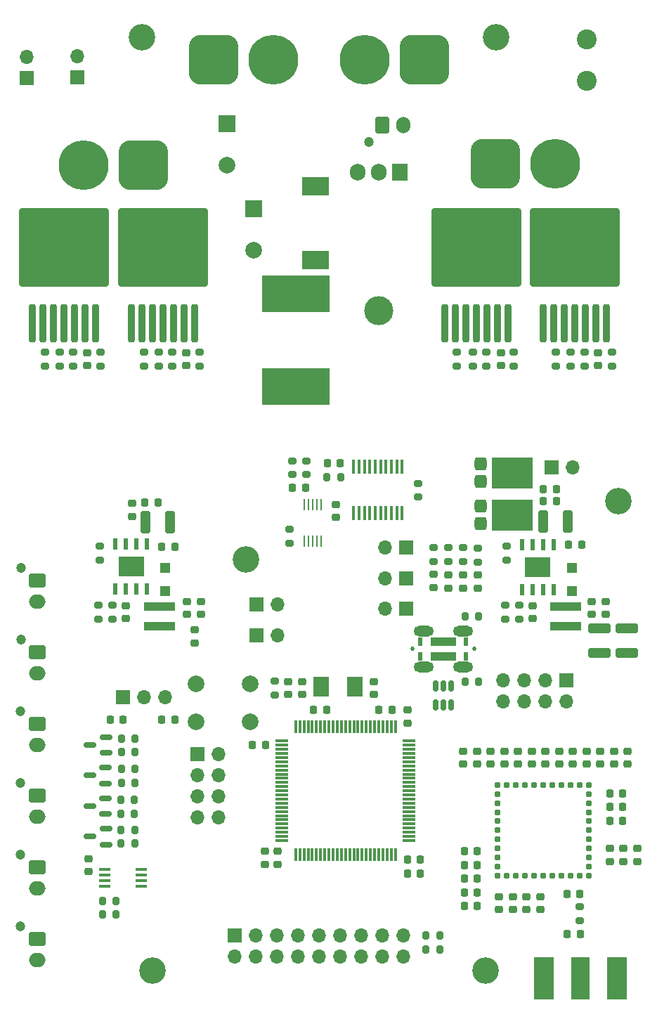
<source format=gbr>
%TF.GenerationSoftware,KiCad,Pcbnew,8.0.7*%
%TF.CreationDate,2025-03-30T10:34:42-04:00*%
%TF.ProjectId,RC-Car-Project,52432d43-6172-42d5-9072-6f6a6563742e,rev?*%
%TF.SameCoordinates,Original*%
%TF.FileFunction,Soldermask,Top*%
%TF.FilePolarity,Negative*%
%FSLAX46Y46*%
G04 Gerber Fmt 4.6, Leading zero omitted, Abs format (unit mm)*
G04 Created by KiCad (PCBNEW 8.0.7) date 2025-03-30 10:34:42*
%MOMM*%
%LPD*%
G01*
G04 APERTURE LIST*
G04 Aperture macros list*
%AMRoundRect*
0 Rectangle with rounded corners*
0 $1 Rounding radius*
0 $2 $3 $4 $5 $6 $7 $8 $9 X,Y pos of 4 corners*
0 Add a 4 corners polygon primitive as box body*
4,1,4,$2,$3,$4,$5,$6,$7,$8,$9,$2,$3,0*
0 Add four circle primitives for the rounded corners*
1,1,$1+$1,$2,$3*
1,1,$1+$1,$4,$5*
1,1,$1+$1,$6,$7*
1,1,$1+$1,$8,$9*
0 Add four rect primitives between the rounded corners*
20,1,$1+$1,$2,$3,$4,$5,0*
20,1,$1+$1,$4,$5,$6,$7,0*
20,1,$1+$1,$6,$7,$8,$9,0*
20,1,$1+$1,$8,$9,$2,$3,0*%
G04 Aperture macros list end*
%ADD10R,0.599999X1.450000*%
%ADD11C,0.600000*%
%ADD12R,3.099999X2.400000*%
%ADD13R,8.128000X4.445000*%
%ADD14R,3.302000X2.311400*%
%ADD15C,2.400000*%
%ADD16R,1.900000X2.400000*%
%ADD17RoundRect,0.225000X-0.250000X0.225000X-0.250000X-0.225000X0.250000X-0.225000X0.250000X0.225000X0*%
%ADD18RoundRect,0.225000X-0.225000X-0.250000X0.225000X-0.250000X0.225000X0.250000X-0.225000X0.250000X0*%
%ADD19RoundRect,0.200000X-0.275000X0.200000X-0.275000X-0.200000X0.275000X-0.200000X0.275000X0.200000X0*%
%ADD20RoundRect,0.225000X0.250000X-0.225000X0.250000X0.225000X-0.250000X0.225000X-0.250000X-0.225000X0*%
%ADD21R,2.290000X5.080000*%
%ADD22R,2.420000X5.080000*%
%ADD23RoundRect,0.200000X0.200000X0.275000X-0.200000X0.275000X-0.200000X-0.275000X0.200000X-0.275000X0*%
%ADD24RoundRect,0.200000X-0.200000X-0.275000X0.200000X-0.275000X0.200000X0.275000X-0.200000X0.275000X0*%
%ADD25R,3.700000X0.980000*%
%ADD26RoundRect,1.500000X1.500000X1.500000X-1.500000X1.500000X-1.500000X-1.500000X1.500000X-1.500000X0*%
%ADD27C,6.000000*%
%ADD28RoundRect,0.200000X0.275000X-0.200000X0.275000X0.200000X-0.275000X0.200000X-0.275000X-0.200000X0*%
%ADD29R,1.700000X1.700000*%
%ADD30O,1.700000X1.700000*%
%ADD31RoundRect,0.200000X0.200000X-2.100000X0.200000X2.100000X-0.200000X2.100000X-0.200000X-2.100000X0*%
%ADD32RoundRect,0.250002X5.149998X-4.449998X5.149998X4.449998X-5.149998X4.449998X-5.149998X-4.449998X0*%
%ADD33RoundRect,0.250000X-0.325000X-1.100000X0.325000X-1.100000X0.325000X1.100000X-0.325000X1.100000X0*%
%ADD34RoundRect,0.150000X-0.150000X0.512500X-0.150000X-0.512500X0.150000X-0.512500X0.150000X0.512500X0*%
%ADD35R,1.371600X0.457200*%
%ADD36RoundRect,0.218750X0.256250X-0.218750X0.256250X0.218750X-0.256250X0.218750X-0.256250X-0.218750X0*%
%ADD37RoundRect,0.075000X-0.075000X0.725000X-0.075000X-0.725000X0.075000X-0.725000X0.075000X0.725000X0*%
%ADD38RoundRect,0.075000X-0.725000X0.075000X-0.725000X-0.075000X0.725000X-0.075000X0.725000X0.075000X0*%
%ADD39C,1.200000*%
%ADD40RoundRect,0.250000X-0.750000X0.600000X-0.750000X-0.600000X0.750000X-0.600000X0.750000X0.600000X0*%
%ADD41O,2.000000X1.700000*%
%ADD42C,3.500000*%
%ADD43R,1.905000X2.000000*%
%ADD44O,1.905000X2.000000*%
%ADD45RoundRect,0.225000X0.225000X0.250000X-0.225000X0.250000X-0.225000X-0.250000X0.225000X-0.250000X0*%
%ADD46C,3.200000*%
%ADD47RoundRect,0.360000X0.360000X0.440000X-0.360000X0.440000X-0.360000X-0.440000X0.360000X-0.440000X0*%
%ADD48R,4.960000X3.800000*%
%ADD49RoundRect,0.150000X0.587500X0.150000X-0.587500X0.150000X-0.587500X-0.150000X0.587500X-0.150000X0*%
%ADD50RoundRect,0.250000X-1.100000X0.325000X-1.100000X-0.325000X1.100000X-0.325000X1.100000X0.325000X0*%
%ADD51R,2.000000X2.000000*%
%ADD52C,2.000000*%
%ADD53R,0.355600X1.676400*%
%ADD54RoundRect,0.175000X0.175000X0.175000X-0.175000X0.175000X-0.175000X-0.175000X0.175000X-0.175000X0*%
%ADD55RoundRect,0.175000X0.175000X-0.175000X0.175000X0.175000X-0.175000X0.175000X-0.175000X-0.175000X0*%
%ADD56RoundRect,0.175000X-0.175000X0.175000X-0.175000X-0.175000X0.175000X-0.175000X0.175000X0.175000X0*%
%ADD57RoundRect,0.175000X-0.175000X-0.175000X0.175000X-0.175000X0.175000X0.175000X-0.175000X0.175000X0*%
%ADD58R,0.279400X1.333500*%
%ADD59R,1.200000X1.200000*%
%ADD60RoundRect,1.500000X-1.500000X-1.500000X1.500000X-1.500000X1.500000X1.500000X-1.500000X1.500000X0*%
%ADD61RoundRect,0.250000X-0.600000X-0.750000X0.600000X-0.750000X0.600000X0.750000X-0.600000X0.750000X0*%
%ADD62O,1.700000X2.000000*%
%ADD63C,0.520000*%
%ADD64RoundRect,0.102000X0.150000X0.435000X-0.150000X0.435000X-0.150000X-0.435000X0.150000X-0.435000X0*%
%ADD65O,2.404000X1.304000*%
G04 APERTURE END LIST*
D10*
%TO.C,U2*%
X178233000Y-104888000D03*
X176963000Y-104888000D03*
X175693000Y-104888000D03*
X174423000Y-104888000D03*
X174423000Y-110337999D03*
X175693000Y-110337999D03*
X176963000Y-110337999D03*
X178233000Y-110337999D03*
D11*
X177628000Y-106963000D03*
X176328000Y-106963000D03*
X175028000Y-106963000D03*
D12*
X176328000Y-107613001D03*
D11*
X177628000Y-108263002D03*
X176328000Y-108263002D03*
X175028000Y-108263002D03*
%TD*%
D13*
%TO.C,R73*%
X147193000Y-85877400D03*
X147193000Y-74650600D03*
%TD*%
D14*
%TO.C,F1*%
X149606000Y-61722000D03*
X149606000Y-70612000D03*
%TD*%
D15*
%TO.C,C46*%
X182245000Y-49022000D03*
X182245000Y-44022000D03*
%TD*%
D16*
%TO.C,Y1*%
X150223000Y-122047000D03*
X154323000Y-122047000D03*
%TD*%
D17*
%TO.C,C38*%
X152019000Y-100050000D03*
X152019000Y-101600000D03*
%TD*%
D18*
%TO.C,C39*%
X146799000Y-98044000D03*
X148349000Y-98044000D03*
%TD*%
D19*
%TO.C,R56*%
X130683000Y-81725000D03*
X130683000Y-83375000D03*
%TD*%
D20*
%TO.C,R27*%
X180594000Y-131331000D03*
X180594000Y-129781000D03*
%TD*%
D21*
%TO.C,J15*%
X181483000Y-157168000D03*
D22*
X177103000Y-157168000D03*
X185863000Y-157168000D03*
%TD*%
D23*
%TO.C,R68*%
X127767500Y-135655000D03*
X126117500Y-135655000D03*
%TD*%
D24*
%TO.C,R48*%
X150940000Y-96774000D03*
X152590000Y-96774000D03*
%TD*%
D18*
%TO.C,R18*%
X185026000Y-136525000D03*
X186576000Y-136525000D03*
%TD*%
D25*
%TO.C,L2*%
X130810000Y-112353000D03*
X130810000Y-114723000D03*
%TD*%
D26*
%TO.C,J1*%
X162700000Y-46482000D03*
D27*
X155500000Y-46482000D03*
%TD*%
D23*
%TO.C,R67*%
X127791000Y-139246000D03*
X126141000Y-139246000D03*
%TD*%
D20*
%TO.C,C6*%
X127508000Y-101486000D03*
X127508000Y-99936000D03*
%TD*%
%TO.C,R30*%
X171704000Y-148870000D03*
X171704000Y-147320000D03*
%TD*%
D19*
%TO.C,R59*%
X168529000Y-81725000D03*
X168529000Y-83375000D03*
%TD*%
%TO.C,R2*%
X169164000Y-105348000D03*
X169164000Y-106998000D03*
%TD*%
D17*
%TO.C,C26*%
X145034000Y-141846000D03*
X145034000Y-143396000D03*
%TD*%
%TO.C,C23*%
X143510000Y-141846000D03*
X143510000Y-143396000D03*
%TD*%
D28*
%TO.C,R42*%
X146431000Y-104711000D03*
X146431000Y-103061000D03*
%TD*%
D29*
%TO.C,J13*%
X179832000Y-121285000D03*
D30*
X179832000Y-123825000D03*
X177292000Y-121285000D03*
X177292000Y-123825000D03*
X174752000Y-121285000D03*
X174752000Y-123825000D03*
X172212000Y-121285000D03*
X172212000Y-123825000D03*
%TD*%
D28*
%TO.C,R43*%
X146812000Y-96456000D03*
X146812000Y-94806000D03*
%TD*%
D20*
%TO.C,C33*%
X170688000Y-131331000D03*
X170688000Y-129781000D03*
%TD*%
D31*
%TO.C,Q4*%
X165119000Y-78226000D03*
X166389000Y-78226000D03*
X167659000Y-78226000D03*
X168929000Y-78226000D03*
X170199000Y-78226000D03*
X171469000Y-78226000D03*
X172739000Y-78226000D03*
D32*
X168929000Y-69076000D03*
%TD*%
D23*
%TO.C,R6*%
X164528000Y-153670000D03*
X162878000Y-153670000D03*
%TD*%
D19*
%TO.C,R9*%
X172593000Y-105093000D03*
X172593000Y-106743000D03*
%TD*%
D20*
%TO.C,C21*%
X146304000Y-122949000D03*
X146304000Y-121399000D03*
%TD*%
D33*
%TO.C,C4*%
X129081000Y-102235000D03*
X132031000Y-102235000D03*
%TD*%
D17*
%TO.C,C44*%
X171884000Y-81762000D03*
X171884000Y-83312000D03*
%TD*%
D20*
%TO.C,R32*%
X175006000Y-148857000D03*
X175006000Y-147307000D03*
%TD*%
D18*
%TO.C,C5*%
X177025000Y-99695000D03*
X178575000Y-99695000D03*
%TD*%
D20*
%TO.C,R39*%
X167386000Y-131318000D03*
X167386000Y-129768000D03*
%TD*%
D17*
%TO.C,C10*%
X126746000Y-112255000D03*
X126746000Y-113805000D03*
%TD*%
D34*
%TO.C,U1*%
X165923000Y-121925500D03*
X164973000Y-121925500D03*
X164023000Y-121925500D03*
X164023000Y-124200500D03*
X164973000Y-124200500D03*
X165923000Y-124200500D03*
%TD*%
D35*
%TO.C,U7*%
X124167900Y-144059001D03*
X124167900Y-144708999D03*
X124167900Y-145359001D03*
X124167900Y-146008999D03*
X128562100Y-146008999D03*
X128562100Y-145359001D03*
X128562100Y-144708999D03*
X128562100Y-144059001D03*
%TD*%
D20*
%TO.C,C17*%
X182880000Y-113297000D03*
X182880000Y-111747000D03*
%TD*%
D36*
%TO.C,D4*%
X165608000Y-110134500D03*
X165608000Y-108559500D03*
%TD*%
D18*
%TO.C,C28*%
X149339000Y-124841000D03*
X150889000Y-124841000D03*
%TD*%
D23*
%TO.C,R7*%
X169227000Y-113538000D03*
X167577000Y-113538000D03*
%TD*%
D37*
%TO.C,U4*%
X159186000Y-126873000D03*
X158686000Y-126873000D03*
X158186000Y-126873000D03*
X157686000Y-126873000D03*
X157186000Y-126873000D03*
X156686000Y-126873000D03*
X156186000Y-126873000D03*
X155686000Y-126873000D03*
X155186000Y-126873000D03*
X154686000Y-126873000D03*
X154186000Y-126873000D03*
X153686000Y-126873000D03*
X153186000Y-126873000D03*
X152686000Y-126873000D03*
X152186000Y-126873000D03*
X151686000Y-126873000D03*
X151186000Y-126873000D03*
X150686000Y-126873000D03*
X150186000Y-126873000D03*
X149686000Y-126873000D03*
X149186000Y-126873000D03*
X148686000Y-126873000D03*
X148186000Y-126873000D03*
X147686000Y-126873000D03*
X147186000Y-126873000D03*
D38*
X145511000Y-128548000D03*
X145511000Y-129048000D03*
X145511000Y-129548000D03*
X145511000Y-130048000D03*
X145511000Y-130548000D03*
X145511000Y-131048000D03*
X145511000Y-131548000D03*
X145511000Y-132048000D03*
X145511000Y-132548000D03*
X145511000Y-133048000D03*
X145511000Y-133548000D03*
X145511000Y-134048000D03*
X145511000Y-134548000D03*
X145511000Y-135048000D03*
X145511000Y-135548000D03*
X145511000Y-136048000D03*
X145511000Y-136548000D03*
X145511000Y-137048000D03*
X145511000Y-137548000D03*
X145511000Y-138048000D03*
X145511000Y-138548000D03*
X145511000Y-139048000D03*
X145511000Y-139548000D03*
X145511000Y-140048000D03*
X145511000Y-140548000D03*
D37*
X147186000Y-142223000D03*
X147686000Y-142223000D03*
X148186000Y-142223000D03*
X148686000Y-142223000D03*
X149186000Y-142223000D03*
X149686000Y-142223000D03*
X150186000Y-142223000D03*
X150686000Y-142223000D03*
X151186000Y-142223000D03*
X151686000Y-142223000D03*
X152186000Y-142223000D03*
X152686000Y-142223000D03*
X153186000Y-142223000D03*
X153686000Y-142223000D03*
X154186000Y-142223000D03*
X154686000Y-142223000D03*
X155186000Y-142223000D03*
X155686000Y-142223000D03*
X156186000Y-142223000D03*
X156686000Y-142223000D03*
X157186000Y-142223000D03*
X157686000Y-142223000D03*
X158186000Y-142223000D03*
X158686000Y-142223000D03*
X159186000Y-142223000D03*
D38*
X160861000Y-140548000D03*
X160861000Y-140048000D03*
X160861000Y-139548000D03*
X160861000Y-139048000D03*
X160861000Y-138548000D03*
X160861000Y-138048000D03*
X160861000Y-137548000D03*
X160861000Y-137048000D03*
X160861000Y-136548000D03*
X160861000Y-136048000D03*
X160861000Y-135548000D03*
X160861000Y-135048000D03*
X160861000Y-134548000D03*
X160861000Y-134048000D03*
X160861000Y-133548000D03*
X160861000Y-133048000D03*
X160861000Y-132548000D03*
X160861000Y-132048000D03*
X160861000Y-131548000D03*
X160861000Y-131048000D03*
X160861000Y-130548000D03*
X160861000Y-130048000D03*
X160861000Y-129548000D03*
X160861000Y-129048000D03*
X160861000Y-128548000D03*
%TD*%
D18*
%TO.C,C27*%
X157213000Y-124841000D03*
X158763000Y-124841000D03*
%TD*%
D19*
%TO.C,R4*%
X165608000Y-105284000D03*
X165608000Y-106934000D03*
%TD*%
D23*
%TO.C,R71*%
X127825000Y-131953000D03*
X126175000Y-131953000D03*
%TD*%
D19*
%TO.C,R55*%
X120396000Y-81725000D03*
X120396000Y-83375000D03*
%TD*%
D39*
%TO.C,J7*%
X114078000Y-116296000D03*
D40*
X116078000Y-117896000D03*
D41*
X116078000Y-120396000D03*
%TD*%
D42*
%TO.C,Q1*%
X157226000Y-76731000D03*
D43*
X159766000Y-60071000D03*
D44*
X157226000Y-60071000D03*
X154686000Y-60071000D03*
%TD*%
D45*
%TO.C,C41*%
X152540000Y-95123000D03*
X150990000Y-95123000D03*
%TD*%
D20*
%TO.C,R35*%
X172339000Y-131344000D03*
X172339000Y-129794000D03*
%TD*%
D46*
%TO.C,REF\u002A\u002A*%
X141224000Y-106680000D03*
%TD*%
D19*
%TO.C,R58*%
X132334000Y-81725000D03*
X132334000Y-83375000D03*
%TD*%
D20*
%TO.C,C32*%
X177292000Y-131331000D03*
X177292000Y-129781000D03*
%TD*%
D45*
%TO.C,R17*%
X126391000Y-125984000D03*
X124841000Y-125984000D03*
%TD*%
D36*
%TO.C,D1*%
X163830000Y-110071500D03*
X163830000Y-108496500D03*
%TD*%
D23*
%TO.C,R66*%
X127767500Y-137317000D03*
X126117500Y-137317000D03*
%TD*%
D19*
%TO.C,R53*%
X118745000Y-81725000D03*
X118745000Y-83375000D03*
%TD*%
D17*
%TO.C,C43*%
X133985000Y-81775000D03*
X133985000Y-83325000D03*
%TD*%
D47*
%TO.C,D5*%
X169500000Y-100244000D03*
X169500000Y-102374000D03*
D48*
X173300000Y-101309000D03*
%TD*%
D29*
%TO.C,TP3*%
X114808000Y-48646000D03*
D30*
X114808000Y-46106000D03*
%TD*%
D20*
%TO.C,C31*%
X175641000Y-131331000D03*
X175641000Y-129781000D03*
%TD*%
D29*
%TO.C,TP7*%
X142489000Y-112141000D03*
D30*
X145029000Y-112141000D03*
%TD*%
D29*
%TO.C,J12*%
X135382000Y-130175000D03*
D30*
X137922000Y-130175000D03*
X135382000Y-132715000D03*
X137922000Y-132715000D03*
X135382000Y-135255000D03*
X137922000Y-135255000D03*
X135382000Y-137795000D03*
X137922000Y-137795000D03*
%TD*%
D31*
%TO.C,Q3*%
X127362000Y-78226000D03*
X128632000Y-78226000D03*
X129902000Y-78226000D03*
X131172000Y-78226000D03*
X132442000Y-78226000D03*
X133712000Y-78226000D03*
X134982000Y-78226000D03*
D32*
X131172000Y-69076000D03*
%TD*%
D49*
%TO.C,Q6*%
X124303000Y-141031000D03*
X124303000Y-139131000D03*
X122428000Y-140081000D03*
%TD*%
D23*
%TO.C,R8*%
X169227000Y-121412000D03*
X167577000Y-121412000D03*
%TD*%
D45*
%TO.C,R23*%
X169050000Y-146812000D03*
X167500000Y-146812000D03*
%TD*%
D50*
%TO.C,C15*%
X183769000Y-114984000D03*
X183769000Y-117934000D03*
%TD*%
D39*
%TO.C,J6*%
X114039900Y-124932000D03*
D40*
X116039900Y-126532000D03*
D41*
X116039900Y-129032000D03*
%TD*%
D18*
%TO.C,C24*%
X160642000Y-144526000D03*
X162192000Y-144526000D03*
%TD*%
D33*
%TO.C,C3*%
X177025000Y-102089000D03*
X179975000Y-102089000D03*
%TD*%
D18*
%TO.C,R24*%
X185026000Y-138176000D03*
X186576000Y-138176000D03*
%TD*%
%TO.C,C8*%
X129019000Y-99822000D03*
X130569000Y-99822000D03*
%TD*%
D45*
%TO.C,C34*%
X181443170Y-146944168D03*
X179893170Y-146944168D03*
%TD*%
D20*
%TO.C,R40*%
X169037000Y-131318000D03*
X169037000Y-129768000D03*
%TD*%
%TO.C,C19*%
X184531000Y-113297000D03*
X184531000Y-111747000D03*
%TD*%
D45*
%TO.C,C29*%
X143523000Y-129032000D03*
X141973000Y-129032000D03*
%TD*%
D28*
%TO.C,R47*%
X161925000Y-99186000D03*
X161925000Y-97536000D03*
%TD*%
D46*
%TO.C,REF\u002A\u002A*%
X171323000Y-43815000D03*
%TD*%
D23*
%TO.C,R65*%
X127791000Y-140897000D03*
X126141000Y-140897000D03*
%TD*%
D28*
%TO.C,R44*%
X148463000Y-96456000D03*
X148463000Y-94806000D03*
%TD*%
D24*
%TO.C,R46*%
X123889000Y-147828000D03*
X125539000Y-147828000D03*
%TD*%
D28*
%TO.C,R14*%
X125095000Y-113855000D03*
X125095000Y-112205000D03*
%TD*%
D19*
%TO.C,R1*%
X163830000Y-105284000D03*
X163830000Y-106934000D03*
%TD*%
D20*
%TO.C,FB1*%
X188335034Y-143065612D03*
X188335034Y-141515612D03*
%TD*%
D36*
%TO.C,D3*%
X167386000Y-110134500D03*
X167386000Y-108559500D03*
%TD*%
D20*
%TO.C,R22*%
X178943000Y-131331000D03*
X178943000Y-129781000D03*
%TD*%
D46*
%TO.C,REF\u002A\u002A*%
X170053000Y-156210000D03*
%TD*%
D23*
%TO.C,R69*%
X127825000Y-133604000D03*
X126175000Y-133604000D03*
%TD*%
D17*
%TO.C,C37*%
X186692502Y-141517935D03*
X186692502Y-143067935D03*
%TD*%
D51*
%TO.C,C1*%
X138938000Y-54147323D03*
D52*
X138938000Y-59147323D03*
%TD*%
D19*
%TO.C,R57*%
X135636000Y-81725000D03*
X135636000Y-83375000D03*
%TD*%
%TO.C,R11*%
X172466000Y-112205000D03*
X172466000Y-113855000D03*
%TD*%
D39*
%TO.C,J10*%
X114039900Y-150840000D03*
D40*
X116039900Y-152440000D03*
D41*
X116039900Y-154940000D03*
%TD*%
D20*
%TO.C,R34*%
X176657000Y-148857000D03*
X176657000Y-147307000D03*
%TD*%
D29*
%TO.C,TP5*%
X142489000Y-115824000D03*
D30*
X145029000Y-115824000D03*
%TD*%
D20*
%TO.C,C40*%
X122262900Y-144285000D03*
X122262900Y-142735000D03*
%TD*%
D46*
%TO.C,REF\u002A\u002A*%
X129921000Y-156210000D03*
%TD*%
D29*
%TO.C,J11*%
X139840000Y-152000000D03*
D30*
X139840000Y-154540000D03*
X142380000Y-152000000D03*
X142380000Y-154540000D03*
X144920000Y-152000000D03*
X144920000Y-154540000D03*
X147460000Y-152000000D03*
X147460000Y-154540000D03*
X150000000Y-152000000D03*
X150000000Y-154540000D03*
X152540000Y-152000000D03*
X152540000Y-154540000D03*
X155080000Y-152000000D03*
X155080000Y-154540000D03*
X157620000Y-152000000D03*
X157620000Y-154540000D03*
X160160000Y-152000000D03*
X160160000Y-154540000D03*
%TD*%
D45*
%TO.C,C12*%
X132601000Y-105156000D03*
X131051000Y-105156000D03*
%TD*%
D19*
%TO.C,R61*%
X170180000Y-81725000D03*
X170180000Y-83375000D03*
%TD*%
D50*
%TO.C,C13*%
X187071000Y-114984000D03*
X187071000Y-117934000D03*
%TD*%
D18*
%TO.C,R19*%
X185026000Y-134874000D03*
X186576000Y-134874000D03*
%TD*%
%TO.C,R16*%
X131051000Y-125984000D03*
X132601000Y-125984000D03*
%TD*%
D29*
%TO.C,SW2*%
X126365000Y-123317000D03*
D30*
X128905000Y-123317000D03*
X131445000Y-123317000D03*
%TD*%
D49*
%TO.C,Q9*%
X124303000Y-129982000D03*
X124303000Y-128082000D03*
X122428000Y-129032000D03*
%TD*%
D17*
%TO.C,C35*%
X185041502Y-141504935D03*
X185041502Y-143054935D03*
%TD*%
D45*
%TO.C,C36*%
X181455089Y-151844923D03*
X179905089Y-151844923D03*
%TD*%
D31*
%TO.C,Q5*%
X177019000Y-78226000D03*
X178289000Y-78226000D03*
X179559000Y-78226000D03*
X180829000Y-78226000D03*
X182099000Y-78226000D03*
X183369000Y-78226000D03*
X184639000Y-78226000D03*
D32*
X180829000Y-69076000D03*
%TD*%
D51*
%TO.C,C2*%
X142113000Y-64434323D03*
D52*
X142113000Y-69434323D03*
%TD*%
D46*
%TO.C,REF\u002A\u002A*%
X128651000Y-43815000D03*
%TD*%
D20*
%TO.C,R26*%
X183896000Y-131331000D03*
X183896000Y-129781000D03*
%TD*%
D17*
%TO.C,C42*%
X122047000Y-81775000D03*
X122047000Y-83325000D03*
%TD*%
D23*
%TO.C,R5*%
X164528000Y-152000000D03*
X162878000Y-152000000D03*
%TD*%
D39*
%TO.C,J8*%
X114078000Y-107660000D03*
D40*
X116078000Y-109260000D03*
D41*
X116078000Y-111760000D03*
%TD*%
D17*
%TO.C,C45*%
X183642000Y-81775000D03*
X183642000Y-83325000D03*
%TD*%
D49*
%TO.C,Q8*%
X124254500Y-133665000D03*
X124254500Y-131765000D03*
X122379500Y-132715000D03*
%TD*%
D19*
%TO.C,R54*%
X123698000Y-81725000D03*
X123698000Y-83375000D03*
%TD*%
D47*
%TO.C,D6*%
X169500000Y-95176000D03*
X169500000Y-97306000D03*
D48*
X173300000Y-96241000D03*
%TD*%
D20*
%TO.C,C22*%
X147955000Y-122949000D03*
X147955000Y-121399000D03*
%TD*%
D17*
%TO.C,C9*%
X175768000Y-112255000D03*
X175768000Y-113805000D03*
%TD*%
D45*
%TO.C,R29*%
X169050000Y-145161000D03*
X167500000Y-145161000D03*
%TD*%
D29*
%TO.C,TP8*%
X178049000Y-95631000D03*
D30*
X180589000Y-95631000D03*
%TD*%
D20*
%TO.C,C16*%
X135763000Y-113297000D03*
X135763000Y-111747000D03*
%TD*%
D19*
%TO.C,R63*%
X185293000Y-81725000D03*
X185293000Y-83375000D03*
%TD*%
D28*
%TO.C,R51*%
X128905000Y-83375000D03*
X128905000Y-81725000D03*
%TD*%
D19*
%TO.C,R62*%
X180340000Y-81725000D03*
X180340000Y-83375000D03*
%TD*%
D39*
%TO.C,J9*%
X114039900Y-142204000D03*
D40*
X116039900Y-143804000D03*
D41*
X116039900Y-146304000D03*
%TD*%
D31*
%TO.C,Q2*%
X115443000Y-78232000D03*
X116713000Y-78232000D03*
X117983000Y-78232000D03*
X119253000Y-78232000D03*
X120523000Y-78232000D03*
X121793000Y-78232000D03*
X123063000Y-78232000D03*
D32*
X119253000Y-69082000D03*
%TD*%
D23*
%TO.C,R72*%
X127825000Y-128270000D03*
X126175000Y-128270000D03*
%TD*%
D10*
%TO.C,U3*%
X129286000Y-104828998D03*
X128016000Y-104828998D03*
X126746000Y-104828998D03*
X125476000Y-104828998D03*
X125476000Y-110278997D03*
X126746000Y-110278997D03*
X128016000Y-110278997D03*
X129286000Y-110278997D03*
D11*
X128681000Y-106903998D03*
X127381000Y-106903998D03*
X126081000Y-106903998D03*
D12*
X127381000Y-107553999D03*
D11*
X128681000Y-108204000D03*
X127381000Y-108204000D03*
X126081000Y-108204000D03*
%TD*%
D26*
%TO.C,J4*%
X128822000Y-59182000D03*
D27*
X121622000Y-59182000D03*
%TD*%
D20*
%TO.C,R25*%
X187198000Y-131331000D03*
X187198000Y-129781000D03*
%TD*%
D53*
%TO.C,U8*%
X154174000Y-101117400D03*
X154824001Y-101117400D03*
X155473999Y-101117400D03*
X156124001Y-101117400D03*
X156773999Y-101117400D03*
X157423998Y-101117400D03*
X158073999Y-101117400D03*
X158723998Y-101117400D03*
X159373999Y-101117400D03*
X160023998Y-101117400D03*
X160024000Y-95478600D03*
X159374002Y-95478600D03*
X158724001Y-95478600D03*
X158074002Y-95478600D03*
X157424001Y-95478600D03*
X156774002Y-95478600D03*
X156124001Y-95478600D03*
X155474002Y-95478600D03*
X154824001Y-95478600D03*
X154174002Y-95478600D03*
%TD*%
D20*
%TO.C,C20*%
X156591000Y-122949000D03*
X156591000Y-121399000D03*
%TD*%
D28*
%TO.C,R33*%
X181430995Y-150167495D03*
X181430995Y-148517495D03*
%TD*%
D52*
%TO.C,SW1*%
X135180000Y-121702000D03*
X141680000Y-121702000D03*
X135180000Y-126202000D03*
X141680000Y-126202000D03*
%TD*%
D28*
%TO.C,R52*%
X166624000Y-83375000D03*
X166624000Y-81725000D03*
%TD*%
D54*
%TO.C,U5*%
X182538000Y-144819000D03*
D55*
X182538000Y-143719000D03*
X182538000Y-142619000D03*
X182538000Y-141519000D03*
X182538000Y-140419000D03*
X182538000Y-139319000D03*
X182538000Y-138219000D03*
D54*
X182538000Y-137119000D03*
X182538000Y-136019000D03*
X182538000Y-134919000D03*
X182538000Y-133819000D03*
X181438000Y-133819000D03*
X180338000Y-133819000D03*
X179238000Y-133819000D03*
X178138000Y-133819000D03*
X177038000Y-133819000D03*
X175938000Y-133819000D03*
D56*
X174838000Y-133819000D03*
X173738000Y-133819000D03*
X172638000Y-133819000D03*
X171538000Y-133819000D03*
X171538000Y-134919000D03*
X171538000Y-136019000D03*
X171538000Y-137119000D03*
X171538000Y-138219000D03*
X171538000Y-139319000D03*
X171538000Y-140419000D03*
D57*
X171538000Y-141519000D03*
X171538000Y-142619000D03*
X171538000Y-143719000D03*
X171538000Y-144819000D03*
X172638000Y-144819000D03*
X173738000Y-144819000D03*
X174838000Y-144819000D03*
X175938000Y-144819000D03*
X177038000Y-144819000D03*
X178138000Y-144819000D03*
D55*
X179238000Y-144819000D03*
X180338000Y-144819000D03*
X181438000Y-144819000D03*
%TD*%
D19*
%TO.C,R15*%
X144653000Y-121349000D03*
X144653000Y-122999000D03*
%TD*%
%TO.C,R10*%
X123571000Y-105093000D03*
X123571000Y-106743000D03*
%TD*%
D20*
%TO.C,C30*%
X160655000Y-126378000D03*
X160655000Y-124828000D03*
%TD*%
D58*
%TO.C,U6*%
X148224748Y-104508300D03*
X148724874Y-104508300D03*
X149225000Y-104508300D03*
X149725126Y-104508300D03*
X150225252Y-104508300D03*
X150225252Y-100076000D03*
X149725126Y-100076000D03*
X149225000Y-100076000D03*
X148724874Y-100076000D03*
X148224748Y-100076000D03*
%TD*%
D20*
%TO.C,R36*%
X173990000Y-131331000D03*
X173990000Y-129781000D03*
%TD*%
D28*
%TO.C,R49*%
X178562000Y-83375000D03*
X178562000Y-81725000D03*
%TD*%
D19*
%TO.C,R3*%
X167386000Y-105284000D03*
X167386000Y-106934000D03*
%TD*%
%TO.C,R13*%
X123444000Y-112205000D03*
X123444000Y-113855000D03*
%TD*%
D59*
%TO.C,D7*%
X180467000Y-110493000D03*
X180467000Y-107693000D03*
%TD*%
D18*
%TO.C,C7*%
X177025000Y-98195000D03*
X178575000Y-98195000D03*
%TD*%
D45*
%TO.C,C11*%
X181623000Y-104902000D03*
X180073000Y-104902000D03*
%TD*%
D29*
%TO.C,TP2*%
X120904000Y-48641000D03*
D30*
X120904000Y-46101000D03*
%TD*%
D59*
%TO.C,D8*%
X131445000Y-110493000D03*
X131445000Y-107693000D03*
%TD*%
D28*
%TO.C,R50*%
X116967000Y-83375000D03*
X116967000Y-81725000D03*
%TD*%
D17*
%TO.C,C18*%
X135001000Y-115189000D03*
X135001000Y-116739000D03*
%TD*%
D20*
%TO.C,C14*%
X134112000Y-113284000D03*
X134112000Y-111734000D03*
%TD*%
D23*
%TO.C,R70*%
X127825000Y-129921000D03*
X126175000Y-129921000D03*
%TD*%
D19*
%TO.C,R64*%
X181991000Y-81725000D03*
X181991000Y-83375000D03*
%TD*%
D60*
%TO.C,J2*%
X137300000Y-46482000D03*
D27*
X144500000Y-46482000D03*
%TD*%
D20*
%TO.C,R20*%
X185547000Y-131331000D03*
X185547000Y-129781000D03*
%TD*%
D60*
%TO.C,J3*%
X171279000Y-59055000D03*
D27*
X178479000Y-59055000D03*
%TD*%
D29*
%TO.C,TP4*%
X160528000Y-105283000D03*
D30*
X157988000Y-105283000D03*
%TD*%
D29*
%TO.C,TP1*%
X160528000Y-112649000D03*
D30*
X157988000Y-112649000D03*
%TD*%
D36*
%TO.C,D2*%
X169164000Y-110135500D03*
X169164000Y-108560500D03*
%TD*%
D20*
%TO.C,R31*%
X173355000Y-148857000D03*
X173355000Y-147307000D03*
%TD*%
D29*
%TO.C,TP6*%
X160528000Y-108966000D03*
D30*
X157988000Y-108966000D03*
%TD*%
D39*
%TO.C,J16*%
X156047000Y-56356000D03*
D61*
X157647000Y-54356000D03*
D62*
X160147000Y-54356000D03*
%TD*%
D24*
%TO.C,R41*%
X123889000Y-149479000D03*
X125539000Y-149479000D03*
%TD*%
D63*
%TO.C,J14*%
X168723000Y-117475000D03*
X161223000Y-117475000D03*
D64*
X167723000Y-118340000D03*
X166223000Y-118340000D03*
X165723000Y-118340000D03*
X165223000Y-118340000D03*
X164723000Y-118340000D03*
X164223000Y-118340000D03*
X163723000Y-118340000D03*
X162223000Y-118340000D03*
X162223000Y-116610000D03*
X163723000Y-116610000D03*
X164223000Y-116610000D03*
X164723000Y-116610000D03*
X165223000Y-116610000D03*
X165723000Y-116610000D03*
X166223000Y-116610000D03*
X167723000Y-116610000D03*
D65*
X167373000Y-119625000D03*
X167373000Y-115325000D03*
X162573000Y-119625000D03*
X162573000Y-115325000D03*
%TD*%
D45*
%TO.C,R28*%
X169050000Y-148463000D03*
X167500000Y-148463000D03*
%TD*%
D18*
%TO.C,C25*%
X160642000Y-142875000D03*
X162192000Y-142875000D03*
%TD*%
D25*
%TO.C,L1*%
X179705000Y-112353000D03*
X179705000Y-114723000D03*
%TD*%
D39*
%TO.C,J5*%
X114039900Y-133568000D03*
D40*
X116039900Y-135168000D03*
D41*
X116039900Y-137668000D03*
%TD*%
D46*
%TO.C,REF\u002A\u002A*%
X186055000Y-99695000D03*
%TD*%
D45*
%TO.C,R38*%
X169050000Y-141859000D03*
X167500000Y-141859000D03*
%TD*%
D28*
%TO.C,R12*%
X174117000Y-113855000D03*
X174117000Y-112205000D03*
%TD*%
D45*
%TO.C,R37*%
X169050000Y-143510000D03*
X167500000Y-143510000D03*
%TD*%
D19*
%TO.C,R60*%
X173482000Y-81725000D03*
X173482000Y-83375000D03*
%TD*%
D49*
%TO.C,Q7*%
X124254500Y-137348000D03*
X124254500Y-135448000D03*
X122379500Y-136398000D03*
%TD*%
D20*
%TO.C,R21*%
X182245000Y-131331000D03*
X182245000Y-129781000D03*
%TD*%
M02*

</source>
